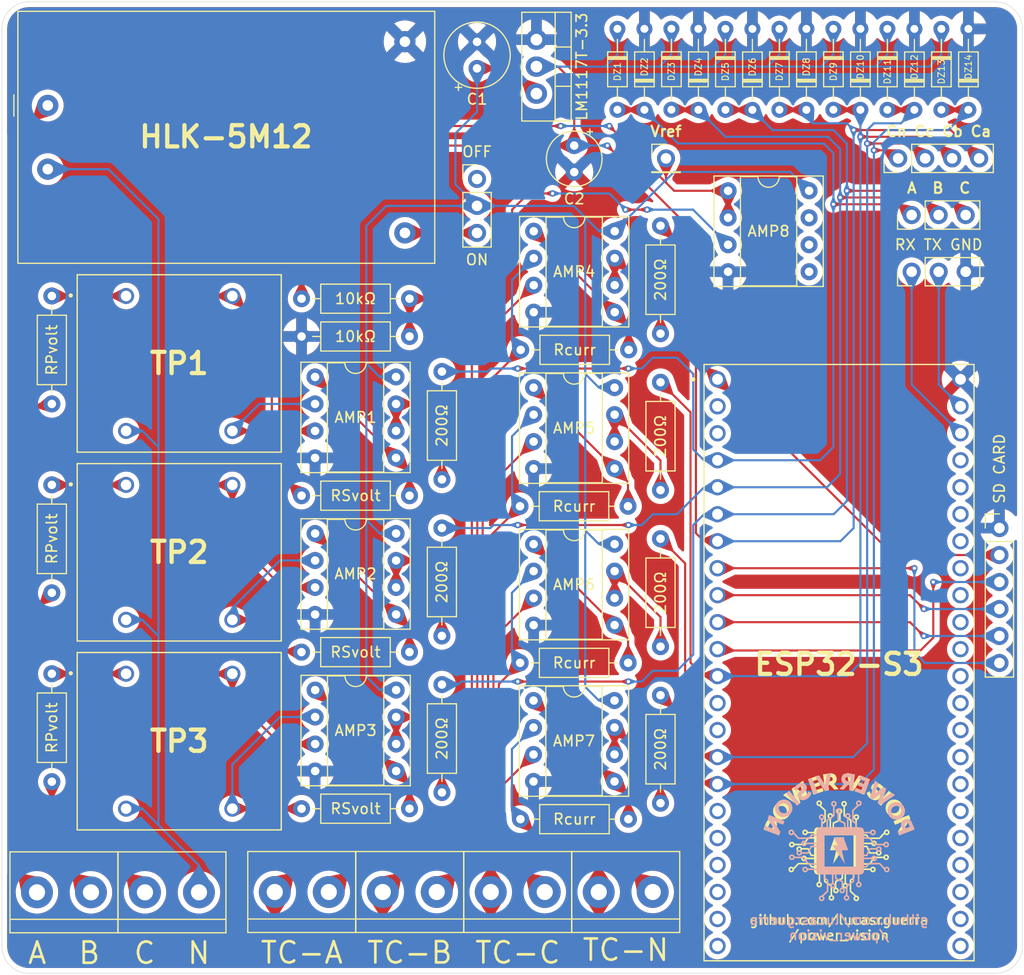
<source format=kicad_pcb>
(kicad_pcb (version 20221018) (generator pcbnew)
  (title_block (title "Energy Guardian V3.3 PCI") (date "02/06/2024") (rev "1.3") (company "linkedin.com/in/lucasrguerra") (comment 1 "github.com/lucasrguerra/power_vision"))
  (layers (0 "F.Cu" signal) (31 "B.Cu" signal) (34 "B.Paste" user) (35 "F.Paste" user) (36 "B.SilkS" user "B.Silkscreen") (37 "F.SilkS" user "F.Silkscreen") (38 "B.Mask" user) (39 "F.Mask" user) (44 "Edge.Cuts" user))
  (net 0 "")
  (net 1 "Line B")
  (net 2 "Line A")
  (net 3 "Neutral")
  (net 4 "Line C")
  (net 5 "Net-(R3-Pad1)")
  (net 6 "Net-(R4-Pad1)")
  (net 7 "Net-(R5-Pad1)")
  (net 8 "Vcc")
  (net 9 "GND")
  (net 10 "Current A")
  (net 11 "Current B")
  (net 12 "Current C")
  (net 13 "Current N")
  (net 14 "TC A-2")
  (net 15 "TC A-1")
  (net 16 "TP A-1")
  (net 17 "TP C-1")
  (net 18 "TP B-1")
  (net 19 "V1.65")
  (net 22 "TC B-2")
  (net 24 "Wave A")
  (net 25 "Wave B")
  (net 26 "Wave C")
  (net 27 "CS")
  (net 28 "MOSI")
  (net 45 "SCK")
  (net 46 "MISO")
  (net 50 "TC N-2")
  (net 51 "UART TX")
  (net 52 "UART RX")
  (net 56 "Vin")
  (net 57 "TC C-2")
  (net 60 "Net-(PS1-+Vout)")
  (net 63 "Net-(AMP1B-+)")
  (net 64 "Net-(AMP1B--)")
  (net 65 "Net-(AMP2B-+)")
  (net 66 "Net-(AMP2B--)")
  (net 67 "Net-(AMP3B-+)")
  (net 68 "Net-(AMP3B--)")
  (net 69 "Net-(AMP4B-+)")
  (net 70 "Net-(AMP4B--)")
  (net 71 "Net-(AMP5B-+)")
  (net 72 "Net-(AMP5B--)")
  (net 73 "Net-(AMP6B-+)")
  (net 74 "Net-(AMP6B--)")
  (net 75 "Net-(AMP7B-+)")
  (net 76 "Net-(AMP7B--)")
  (footprint "Package_DIP:DIP-8_W7.62mm_Socket" (layer "F.Cu") (at 128.28 106.944)
    (fp_text reference "AMP3" hide)
    (fp_text value "TL082" hide)
  )
  (footprint "Diode_THT:D_DO-34_SOD68_P7.62mm_Horizontal" (layer "F.Cu") (at 189.738 52.324 90)
    (fp_text reference "DZ14" hide)
    (fp_text value "3.3V" hide)
  )
  (footprint "Resistor_THT:R_Axial_DIN0207_L6.3mm_D2.5mm_P10.16mm_Horizontal" (layer "F.Cu") (at 157.78 74.92 180)
    (fp_text reference "R9" hide)
    (fp_text value "Rcurr" hide)
  )
  (footprint "Package_DIP:DIP-8_W7.62mm_Socket" (layer "F.Cu") (at 167.132 59.944)
    (fp_text reference "AMP8" hide)
    (fp_text value "TL082" hide)
  )
  (footprint "Diode_THT:D_DO-34_SOD68_P7.62mm_Horizontal" (layer "F.Cu") (at 159.258 52.324 90)
    (fp_text reference "DZ2" hide)
    (fp_text value "3.3V" hide)
  )
  (footprint "Resistor_THT:R_Axial_DIN0207_L6.3mm_D2.5mm_P10.16mm_Horizontal" (layer "F.Cu") (at 126.995 103.373)
    (fp_text reference "R7" hide)
    (fp_text value "RSvolt" hide)
  )
  (footprint "Converter_ACDC:Converter_ACDC_HiLink_HLK-5Mxx" (layer "F.Cu") (at 103.124 51.912)
    (fp_text reference "PS1" hide)
    (fp_text value "HLK-5M12" hide)
  )
  (footprint "Resistor_THT:R_Axial_DIN0207_L6.3mm_D2.5mm_P10.16mm_Horizontal" (layer "F.Cu") (at 160.772 63.236 -90)
    (fp_text reference "R16" hide)
    (fp_text value "200Ω" hide)
  )
  (footprint "SnapEDA Library:XCVR_ESP32-S3-DEVKITC-1-N8R2" (layer "F.Cu") (at 177.5668 107.664)
    (fp_text reference "MCU1" hide)
    (fp_text value "ESP32-S3-DEVKITC-1-N16R8" hide)
  )
  (footprint "Package_DIP:DIP-8_W7.62mm_Socket" (layer "F.Cu") (at 148.834 93.208)
    (fp_text reference "AMP6" hide)
    (fp_text value "TL082" hide)
  )
  (footprint "Diode_THT:D_DO-34_SOD68_P7.62mm_Horizontal" (layer "F.Cu") (at 187.198 44.704 -90)
    (fp_text reference "DZ13" hide)
    (fp_text value "3.3V" hide)
  )
  (footprint "Package_DIP:DIP-8_W7.62mm_Socket" (layer "F.Cu") (at 148.844 63.754)
    (fp_text reference "AMP4" hide)
    (fp_text value "TL082" hide)
  )
  (footprint "Resistor_THT:R_Axial_DIN0207_L6.3mm_D2.5mm_P10.16mm_Horizontal" (layer "F.Cu") (at 160.772 77.968 -90)
    (fp_text reference "R17" hide)
    (fp_text value "200Ω" hide)
  )
  (footprint "Diode_THT:D_DO-34_SOD68_P7.62mm_Horizontal" (layer "F.Cu") (at 169.418 52.329 90)
    (fp_text reference "DZ6" hide)
    (fp_text value "3.3V" hide)
  )
  (footprint "LOGO" (layer "F.Cu") (at 177.5668 120.396)
    (fp_text reference "G***" hide)
    (fp_text value "LOGO" hide)
  )
  (footprint "Diode_THT:D_DO-34_SOD68_P7.62mm_Horizontal" (layer "F.Cu") (at 166.878 44.704 -90)
    (fp_text reference "DZ5" hide)
    (fp_text value "3.3V" hide)
  )
  (footprint "SnapEDA Library:XFMR_ZMPT101B" (layer "F.Cu") (at 115.49 76.2)
    (fp_text reference "TP1" hide)
    (fp_text value "ZMPT101B" hide)
  )
  (footprint "TerminalBlock:TerminalBlock_bornier-2_P5.08mm" (layer "F.Cu") (at 154.9608 125.954)
    (fp_text reference "J6" hide)
    (fp_text value "KF301-2P" hide)
  )
  (footprint "Connector_PinHeader_2.54mm:PinHeader_1x03_P2.54mm_Vertical" (layer "F.Cu") (at 184.404 67.564 90)
    (fp_text reference "P1" hide)
    (fp_text value "Pin Header" hide)
  )
  (footprint "Resistor_THT:R_Axial_DIN0207_L6.3mm_D2.5mm_P10.16mm_Horizontal" (layer "F.Cu") (at 137.16 73.66 180)
    (fp_text reference "R2" hide)
    (fp_text value "10kΩ" hide)
  )
  (footprint "Resistor_THT:R_Axial_DIN0207_L6.3mm_D2.5mm_P10.16mm_Horizontal" (layer "F.Cu") (at 160.772 92.7 -90)
    (fp_text reference "R18" hide)
    (fp_text value "200Ω" hide)
  )
  (footprint "Resistor_THT:R_Axial_DIN0207_L6.3mm_D2.5mm_P10.16mm_Horizontal" (layer "F.Cu") (at 157.724 104.384 180)
    (fp_text reference "R11" hide)
    (fp_text value "Rcurr" hide)
  )
  (footprint "Diode_THT:D_DO-34_SOD68_P7.62mm_Horizontal" (layer "F.Cu") (at 182.118 44.704 -90)
    (fp_text reference "DZ11" hide)
    (fp_text value "3.3V" hide)
  )
  (footprint "Connector_PinHeader_2.54mm:PinHeader_1x03_P2.54mm_Vertical" (layer "F.Cu") (at 143.51 58.832)
    (fp_text reference "SW1" hide)
    (fp_text value "SS-12D00G 4mm" hide)
  )
  (footprint "Resistor_THT:R_Axial_DIN0207_L6.3mm_D2.5mm_P10.16mm_Horizontal" (layer "F.Cu") (at 127 88.646)
    (fp_text reference "R6" hide)
    (fp_text value "RSvolt" hide)
  )
  (footprint "Diode_THT:D_DO-34_SOD68_P7.62mm_Horizontal" (layer "F.Cu") (at 161.798 44.694 -90)
    (fp_text reference "DZ3" hide)
    (fp_text value "3.3V" hide)
  )
  (footprint "Resistor_THT:R_Axial_DIN0207_L6.3mm_D2.5mm_P10.16mm_Horizontal" (layer "F.Cu") (at 157.714 89.642 180)
    (fp_text reference "R10" hide)
    (fp_text value "Rcurr" hide)
  )
  (footprint "SnapEDA Library:XFMR_ZMPT101B" (layer "F.Cu") (at 115.49 93.98)
    (fp_text reference "TP2" hide)
    (fp_text value "ZMPT101B" hide)
  )
  (footprint "Resistor_THT:R_Axial_DIN0207_L6.3mm_D2.5mm_P10.16mm_Horizontal" (layer "F.Cu") (at 103.505 69.85 -90)
    (fp_text reference "R3" hide)
    (fp_text value "RPvolt" hide)
  )
  (footprint "Resistor_THT:R_Axial_DIN0207_L6.3mm_D2.5mm_P10.16mm_Horizontal" (layer "F.Cu") (at 157.7548 119.096 180)
    (fp_text reference "R12" hide)
    (fp_text value "Rcurr" hide)
  )
  (footprint "Diode_THT:D_DO-34_SOD68_P7.62mm_Horizontal" (layer "F.Cu") (at 184.658 52.329 90)
    (fp_text reference "DZ12" hide)
    (fp_text value "3.3V" hide)
  )
  (footprint "Capacitor_THT:CP_Radial_Tantal_D5.0mm_P2.50mm" (layer "F.Cu") (at 152.654 55.690888 -90)
    (fp_text reference "C2" hide)
    (fp_text value "16V 100µF" hide)
  )
  (footprint "TerminalBlock:TerminalBlock_bornier-2_P5.08mm" (layer "F.Cu") (at 124.4808 125.954)
    (fp_text reference "J3" hide)
    (fp_text value "KF301-2P" hide)
  )
  (footprint "TerminalBlock:TerminalBlock_bornier-2_P5.08mm" (layer "F.Cu") (at 102.108 125.984)
    (fp_text reference "J1" hide)
    (fp_text value "KF301-2P" hide)
  )
  (footprint "Resistor_THT:R_Axial_DIN0207_L6.3mm_D2.5mm_P10.16mm_Horizontal" (layer "F.Cu") (at 160.772 107.432 -90)
    (fp_text reference "R19" hide)
    (fp_text value "200Ω" hide)
  )
  (footprint "Connector_PinHeader_2.54mm:PinHeader_1x03_P2.54mm_Vertical" (layer "F.Cu") (at 184.404 62.23 90)
    (fp_text reference "P4" hide)
    (fp_text value "Pin Header" hide)
  )
  (footprint "Resistor_THT:R_Axial_DIN0207_L6.3mm_D2.5mm_P10.16mm_Horizontal" (layer "F.Cu") (at 140.208 106.426 -90)
    (fp_text reference "R15" hide)
    (fp_text value "200Ω" hide)
  )
  (footprint "Diode_THT:D_DO-34_SOD68_P7.62mm_Horizontal" (layer "F.Cu") (at 177.038 44.699 -90)
    (fp_text reference "DZ9" hide)
    (fp_text value "3.3V" hide)
  )
  (footprint "Diode_THT:D_DO-34_SOD68_P7.62mm_Horizontal" (layer "F.Cu") (at 171.958 44.699 -90)
    (fp_text reference "DZ7" hide)
    (fp_text value "3.3V" hide)
  )
  (footprint "TerminalBlock:TerminalBlock_bornier-2_P5.08mm" (layer "F.Cu") (at 144.8008 125.954)
    (fp_text reference "J5" hide)
    (fp_text value "KF301-2P" hide)
  )
  (footprint "Connector_PinHeader_2.54mm:PinHeader_1x06_P2.54mm_Vertical" (layer "F.Cu") (at 192.659 91.694)
    (fp_text reference "P5" hide)
    (fp_text value "Pin Header" hide)
  )
  (footprint "Diode_THT:D_DO-34_SOD68_P7.62mm_Horizontal" (layer "F.Cu") (at 164.338 52.324 90)
    (fp_text reference "DZ4" hide)
    (fp_text value "3.3V" hide)
  )
  (footprint "Connector_PinHeader_2.54mm:PinHeader_1x04_P2.54mm_Vertical" (layer "F.Cu") (at 183.134 56.896 90)
    (fp_text reference "P3" hide)
    (fp_text value "Pin Header" hide)
  )
  (footprint "Resistor_THT:R_Axial_DIN0207_L6.3mm_D2.5mm_P10.16mm_Horizontal" (layer "F.Cu") (at 140.208 76.962 -90)
    (fp_text reference "R13" hide)
    (fp_text value "200Ω" hide)
  )
  (footprint "SnapEDA Library:XFMR_ZMPT101B" (layer "F.Cu") (at 115.49 111.76)
    (fp_text reference "TP3" hide)
    (fp_text value "ZMPT101B" hide)
  )
  (footprint "Diode_THT:D_DO-34_SOD68_P7.62mm_Horizontal" (layer "F.Cu") (at 156.718 44.699 -90)
    (fp_text reference "DZ1" hide)
    (fp_text value "3.3V" hide)
  )
  (footprint "Capacitor_THT:CP_Radial_Tantal_D6.0mm_P2.50mm" (layer "F.Cu") (at 143.51 48.427 90)
    (fp_text reference "C1" hide)
    (fp_text value "35V 47µF" hide)
  )
  (footprint "Resistor_THT:R_Axial_DIN0207_L6.3mm_D2.5mm_P10.16mm_Horizontal" (layer "F.Cu") (at 127 118.11)
    (fp_text reference "R8" hide)
    (fp_text value "RSvolt" hide)
  )
  (footprint "TerminalBlock:TerminalBlock_bornier-2_P5.08mm" (layer "F.Cu") (at 112.268 125.984)
    (fp_text reference "J2" hide)
    (fp_text value "KF301-2P" hide)
  )
  (footprint "Connector_PinHeader_2.54mm:PinHeader_1x01_P2.54mm_Vertical" (layer "F.Cu") (at 161.29 56.896)
    (fp_text reference "P2" hide)
    (fp_text value "Pin Header" hide)
  )
  (footprint "Package_TO_SOT_THT:TO-220-3_Vertical" (layer "F.Cu") (at 149.098 45.72 -90)
    (fp_text reference "PS2" hide)
    (fp_text value "LM1117T-3.3" hide)
  )
  (footprint "Resistor_THT:R_Axial_DIN0207_L6.3mm_D2.5mm_P10.16mm_Horizontal" (layer "F.Cu") (at 140.203 91.689 -90)
    (fp_text reference "R14" hide)
    (fp_text value "200Ω" hide)
  )
  (footprint "Diode_THT:D_DO-34_SOD68_P7.62mm_Horizontal" (layer "F.Cu") (at 174.498 52.324 90)
    (fp_text reference "DZ8" hide)
    (fp_text value "3.3V" hide)
  )
  (footprint "Diode_THT:D_DO-34_SOD68_P7.62mm_Horizontal" (layer "F.Cu") (at 179.578 52.324 90)
    (fp_text reference "DZ10" hide)
    (fp_text value "3.3V" hide)
  )
  (footprint "Resistor_THT:R_Axial_DIN0207_L6.3mm_D2.5mm_P10.16mm_Horizontal" (layer "F.Cu") (at 103.505 87.63 -90)
    (fp_text reference "R4" hide)
    (fp_text value "RPvolt" hide)
  )
  (footprint "Resistor_THT:R_Axial_DIN0207_L6.3mm_D2.5mm_P10.16mm_Horizontal" (layer "F.Cu") (at 103.505 105.41 -90)
    (fp_text reference "R5" hide)
    (fp_text value "RPvolt" hide)
  )
  (footprint "Package_DIP:DIP-8_W7.62mm_Socket" (layer "F.Cu") (at 148.824 107.93)
    (fp_text reference "AMP7" hide)
    (fp_text value "TL082" hide)
  )
  (footprint "Package_DIP:DIP-8_W7.62mm_Socket" (layer "F.Cu") (at 148.834 78.476)
    (fp_text reference "AMP5" hide)
    (fp_text value "TL082" hide)
  )
  (footprint "Resistor_THT:R_Axial_DIN0207_L6.3mm_D2.5mm_P10.16mm_Horizontal" (layer "F.Cu") (at 127 70.104)
    (fp_text reference "R1" hide)
    (fp_text value "10kΩ" hide)
  )
  (footprint "TerminalBlock:TerminalBlock_bornier-2_P5.08mm" (layer "F.Cu") (at 134.6408 125.954)
    (fp_text reference "J4" hide)
    (fp_text value "KF301-2P" hide)
  )
  (footprint "Package_DIP:DIP-8_W7.62mm_Socket" (layer "F.Cu") (at 128.275 92.207)
    (fp_text reference "AMP2" hide)
    (fp_text value "TL082" hide)
  )
  (footprint "Package_DIP:DIP-8_W7.62mm_Socket" (layer "F.Cu") (at 128.27 77.47)
    (fp_text reference "AMP1" hide)
    (fp_text value "TL082" hide)
  )
  (footprint "LOGO" (layer "B.Cu") (at 177.5668 120.396 180)
    (fp_text reference "G***" hide)
    (fp_text value "LOGO" hide)
  )
  (gr_arc (start 101.346 133.604) (mid 99.549949 132.860051) (end 98.806 131.064) (stroke (width 0.05)) (layer "Edge.Cuts"))
  (gr_line (start 101.346 42.164) (end 192.278 42.164) (stroke (width 0.05)) (layer "Edge.Cuts"))
  (gr_line (start 98.806 44.704) (end 98.806 131.064) (stroke (width 0.05)) (layer "Edge.Cuts"))
  (gr_arc (start 194.818 131.064) (mid 194.074051 132.860051) (end 192.278 133.604) (stroke (width 0.05)) (layer "Edge.Cuts"))
  (gr_arc (start 192.278 42.164) (mid 194.074051 42.907949) (end 194.818 44.704) (stroke (width 0.05)) (layer "Edge.Cuts"))
  (gr_line (start 194.818 44.704) (end 194.818 131.064) (stroke (width 0.05)) (layer "Edge.Cuts"))
  (gr_line (start 101.346 133.604) (end 192.278 133.604) (stroke (width 0.05)) (layer "Edge.Cuts"))
  (gr_arc (start 98.806 44.704) (mid 99.549949 42.907949) (end 101.346 42.164) (stroke (width 0.05)) (layer "Edge.Cuts"))
  (gr_text "github.com/lucasrguerra\n/power_vision" (at 177.5668 130.556) (layer "B.SilkS") (effects (font (size 0.9 0.9) (thickness 0.15) bold) (justify bottom mirror)))
  (gr_text "github.com/lucasrguerra\n/power_vision" (at 177.5668 130.556) (layer "F.SilkS") (effects (font (size 0.9 0.9) (thickness 0.15) bold) (justify bottom)))
  (segment (start 100.838 100.457) (end 103.505 97.79) (width 0.2) (layer "F.Cu") (net 1))
  (segment (start 107.188 125.984) (end 100.838 119.634) (width 0.2) (layer "F.Cu") (net 1))
  (segment (start 100.838 119.634) (end 100.838 100.457) (width 0.2) (layer "F.Cu") (net 1))
  (segment (start 99.568 82.804) (end 99.568 55.468) (width 0.2) (layer "F.Cu") (net 2))
  (segment (start 99.568 123.444) (end 102.108 125.984) (width 0.2) (layer "F.Cu") (net 2))
  (segment (start 102.362 80.01) (end 99.568 82.804) (width 0.2) (layer "F.Cu") (net 2))
  (segment (start 99.568 82.804) (end 99.568 123.444) (width 0.2) (layer "F.Cu") (net 2))
  (segment (start 103.505 80.01) (end 102.362 80.01) (width 0.2) (layer "F.Cu") (net 2))
  (segment (start 99.568 55.468) (end 103.124 51.912) (width 0.2) (layer "F.Cu") (net 2))
  (segment (start 110.49 82.55) (end 112.014 82.55) (width 0.2) (layer "B.Cu") (net 3))
  (segment (start 110.49 118.11) (end 112.014 118.11) (width 0.2) (layer "B.Cu") (net 3))
  (segment (start 112.014 100.33) (end 113.538 101.854) (width 0.2) (layer "B.Cu") (net 3))
  (segment (start 113.538 119.634) (end 117.348 123.444) (width 0.2) (layer "B.Cu") (net 3))
  (segment (start 117.348 123.444) (end 117.348 125.984) (width 0.2) (layer "B.Cu") (net 3))
  (segment (start 113.538 84.074) (end 113.538 62.611) (width 0.2) (layer "B.Cu") (net 3))
  (segment (start 110.49 100.33) (end 112.014 100.33) (width 0.2) (layer "B.Cu") (net 3))
  (segment (start 113.538 101.854) (end 113.538 119.634) (width 0.2) (layer "B.Cu") (net 3))
  (segment (start 113.538 62.611) (end 108.839 57.912) (width 0.2) (layer "B.Cu") (net 3))
  (segment (start 112.014 118.11) (end 113.538 119.634) (width 0.2) (layer "B.Cu") (net 3))
  (segment (start 113.538 84.074) (end 113.538 101.854) (width 0.2) (layer "B.Cu") (net 3))
  (segment (start 108.839 57.912) (end 103.124 57.912) (width 0.2) (layer "B.Cu") (net 3))
  (segment (start 112.014 82.55) (end 113.538 84.074) (width 0.2) (layer "B.Cu") (net 3))
  (segment (start 103.505 115.57) (end 103.505 117.221) (width 0.2) (layer "F.Cu") (net 4))
  (segment (start 103.505 117.221) (end 112.268 125.984) (width 0.2) (layer "F.Cu") (net 4))
  (segment (start 103.505 69.85) (end 110.49 69.85) (width 0.2) (layer "F.Cu") (net 5))
  (segment (start 103.505 87.63) (end 110.49 87.63) (width 0.2) (layer "F.Cu") (net 6))
  (segment (start 103.505 105.41) (end 110.49 105.41) (width 0.2) (layer "F.Cu") (net 7))
  (segment (start 152.654 49.784) (end 151.13 48.26) (width 0.2) (layer "F.Cu") (net 8))
  (segment (start 182.6768 94.234) (end 192.659 94.234) (width 0.2) (layer "F.Cu") (net 8))
  (segment (start 151.13 48.26) (end 149.098 48.26) (width 0.2) (layer "F.Cu") (net 8))
  (segment (start 166.1368 77.694) (end 182.6768 94.234) (width 0.2) (layer "F.Cu") (net 8))
  (segment (start 155.766888 55.690888) (end 164.592 64.516) (width 0.2) (layer "F.Cu") (net 8))
  (segment (start 164.592 76.1492) (end 166.1368 77.694) (width 0.2) (layer "F.Cu") (net 8))
  (segment (start 152.654 55.690888) (end 137.095112 55.690888) (width 0.2) (layer "F.Cu") (net 8))
  (segment (start 127 65.786) (end 127 70.104) (width 0.2) (layer "F.Cu") (net 8))
  (segment (start 152.654 55.690888) (end 152.654 49.784) (width 0.2) (layer "F.Cu") (net 8))
  (segment (start 137.095112 55.690888) (end 127 65.786) (width 0.2) (layer "F.Cu") (net 8))
  (segment (start 164.592 64.516) (end 164.592 76.1492) (width 0.2) (layer "F.Cu") (net 8))
  (via (at 155.766888 55.690888) (size 0.6) (drill 0.3) (layers "F.Cu" "B.Cu") (net 8))
  (segment (start 177.038 47.117) (end 175.895 48.26) (width 0.2) (layer "B.Cu") (net 8))
  (segment (start 170.815 48.26) (end 165.735 48.26) (width 0.2) (layer "B.Cu") (net 8))
  (segment (start 165.735 48.26) (end 160.655 48.26) (width 0.2) (layer "B.Cu") (net 8))
  (segment (start 182.118 44.704) (end 182.118 47.117) (width 0.2) (layer "B.Cu") (net 8))
  (segment (start 166.878 47.117) (end 165.735 48.26) (width 0.2) (layer "B.Cu") (net 8))
  (segment (start 155.575 48.26) (end 156.718 47.117) (width 0.2) (layer "B.Cu") (net 8))
  (segment (start 187.198 44.704) (end 187.198 47.117) (width 0.2) (layer "B.Cu") (net 8))
  (segment (start 160.655 48.26) (end 161.798 47.117) (width 0.2) (layer "B.Cu") (net 8))
  (segment (start 166.878 44.704) (end 166.878 47.117) (width 0.2) (layer "B.Cu") (net 8))
  (segment (start 182.118 47.117) (end 180.975 48.26) (width 0.2) (layer "B.Cu") (net 8))
  (segment (start 175.895 48.26) (end 170.815 48.26) (width 0.2) (layer "B.Cu") (net 8))
  (segment (start 155.575 48.26) (end 160.655 48.26) (width 0.2) (layer "B.Cu") (net 8))
  (segment (start 161.798 47.117) (end 161.798 44.694) (width 0.2) (layer "B.Cu") (net 8))
  (segment (start 186.055 48.26) (end 180.975 48.26) (width 0.2) (layer "B.Cu") (net 8))
  (segment (start 180.975 48.26) (end 175.895 48.26) (width 0.2) (layer "B.Cu") (net 8))
  (segment (start 187.198 47.117) (end 186.055 48.26) (width 0.2) (layer "B.Cu") (net 8))
  (segment (start 155.766888 55.690888) (end 152.654 55.690888) (width 0.2) (layer "B.Cu") (net 8))
  (segment (start 171.958 47.117) (end 170.815 48.26) (width 0.2) (layer "B.Cu") (net 8))
  (segment (start 171.958 44.699) (end 171.958 47.117) (width 0.2) (layer "B.Cu") (net 8))
  (segment (start 149.098 48.26) (end 155.575 48.26) (width 0.2) (layer "B.Cu") (net 8))
  (segment (start 177.038 44.699) (end 177.038 47.117) (width 0.2) (layer "B.Cu") (net 8))
  (segment (start 156.718 47.117) (end 156.718 44.699) (width 0.2) (layer "B.Cu") (net 8))
  (segment (start 188.976 77.6732) (end 188.9968 77.694) (width 0.2) (layer "F.Cu") (net 9))
  (segment (start 136.724 45.912) (end 136.844 45.912) (width 0.2) (layer "B.Cu") (net 9))
  (segment (start 151.648 83.282) (end 151.6588 83.282) (width 0.2) (layer "B.Cu") (net 9))
  (segment (start 131.059 97.043) (end 131.059 97.023) (width 0.2) (layer "B.Cu") (net 9))
  (segment (start 178.943 54.229) (end 188.087 54.229) (width 0.2) (layer "F.Cu") (net 10))
  (segment (start 164.1048 92.172) (end 164.1048 66.5688) (width 0.2) (layer "F.Cu") (net 10))
  (segment (start 174.498 52.324) (end 171.963 52.324) (width 0.2) (layer "F.Cu") (net 10))
  (segment (start 164.1048 66.5688) (end 160.772 63.236) (width 0.2) (layer "F.Cu") (net 10))
  (segment (start 164.8668 92.934) (end 164.1048 92.172) (width 0.2) (layer "F.Cu") (net 10))
  (segment (start 171.963 52.324) (end 171.958 52.319) (width 0.2) (layer "F.Cu") (net 10))
  (segment (start 166.1368 92.934) (end 164.8668 92.934) (width 0.2) (layer "F.Cu") (net 10))
  (segment (start 188.087 54.229) (end 190.754 56.896) (width 0.2) (layer "F.Cu") (net 10))
  (via (at 178.943 54.229) (size 0.6) (drill 0.3) (layers "F.Cu" "B.Cu") (net 10))
  (segment (start 174.498 52.959) (end 174.498 52.324) (width 0.2) (layer "B.Cu") (net 10))
  (segment (start 178.943 54.229) (end 178.943 91.694) (width 0.2) (layer "B.Cu") (net 10))
  (segment (start 175.133 53.594) (end 174.498 52.959) (width 0.2) (layer "B.Cu") (net 10))
  (segment (start 178.943 91.694) (end 177.703 92.934) (width 0.2) (layer "B.Cu") (net 10))
  (segment (start 178.943 54.229) (end 178.308 53.594) (width 0.2) (layer "B.Cu") (net 10))
  (segment (start 178.308 53.594) (end 175.133 53.594) (width 0.2) (layer "B.Cu") (net 10))
  (segment (start 177.703 92.934) (end 166.1368 92.934) (width 0.2) (layer "B.Cu") (net 10))
  (segment (start 163.5968 80.7928) (end 160.772 77.968) (width 0.2) (layer "F.Cu") (net 11))
  (segment (start 186.182 54.864) (end 188.214 56.896) (width 0.2) (layer "F.Cu") (net 11))
  (segment (start 179.578 54.864) (end 186.182 54.864) (width 0.2) (layer "F.Cu") (net 11))
  (segment (start 164.8668 105.634) (end 163.5968 104.364) (width 0.2) (layer "F.Cu") (net 11))
  (segment (start 165.6288 105.634) (end 164.8668 105.634) (width 0.2) (layer "F.Cu") (net 11))
  (segment (start 177.038 52.319) (end 179.573 52.319) (width 0.2) (layer "F.Cu") (net 11))
  (segment (start 163.5968 104.364) (end 163.5968 80.7928) (width 0.2) (layer "F.Cu") (net 11))
  (via (at 179.578 54.864) (size 0.6) (drill 0.3) (layers "F.Cu" "B.Cu") (net 11))
  (segment (start 179.578 54.864) (end 179.578 104.394) (width 0.2) (layer "B.Cu") (net 11))
  (segment (start 179.578 52.324) (end 179.578 54.864) (width 0.2) (layer "B.Cu") (net 11))
  (segment (start 178.338 105.634) (end 166.1368 105.634) (width 0.2) (layer "B.Cu") (net 11))
  (segment (start 179.578 104.394) (end 178.338 105.634) (width 0.2) (layer "B.Cu") (net 11))
  (segment (start 164.8668 113.254) (end 163.0888 111.476) (width 0.2) (layer "F.Cu") (net 12))
  (segment (start 163.0888 95.0168) (end 160.772 92.7) (width 0.2) (layer "F.Cu") (net 12))
  (segment (start 166.1368 113.254) (end 164.8668 113.254) (width 0.2) (layer "F.Cu") (net 12))
  (segment (start 180.213 55.499) (end 184.277 55.499) (width 0.2) (layer "F.Cu") (net 12))
  (segment (start 182.123 52.329) (end 182.118 52.324) (width 0.2) (layer "F.Cu") (net 12))
  (segment (start 184.277 55.499) (end 185.674 56.896) (width 0.2) (layer "F.Cu") (net 12))
  (segment (start 184.658 52.329) (end 182.123 52.329) (width 0.2) (layer "F.Cu") (net 12))
  (segment (start 163.0888 111.476) (end 163.0888 95.0168) (width 0.2) (layer "F.Cu") (net 12))
  (via (at 180.213 55.499) (size 0.6) (drill 0.3) (layers "F.Cu" "B.Cu") (net 12))
  (segment (start 183.393 53.594) (end 180.848 53.594) (width 0.2) (layer "B.Cu") (net 12))
  (segment (start 180.213 54.229) (end 180.213 111.9505) (width 0.2) (layer "B.Cu") (net 12))
  (segment (start 180.213 111.9505) (end 178.9095 113.254) (width 0.2) (layer "B.Cu") (net 12))
  (segment (start 178.9095 113.254) (end 166.1368 113.254) (width 0.2) (layer "B.Cu") (net 12))
  (segment (start 180.848 53.594) (end 180.213 54.229) (width 0.2) (layer "B.Cu") (net 12))
  (segment (start 184.658 52.329) (end 183.393 53.594) (width 0.2) (layer "B.Cu") (net 12))
  (segment (start 189.738 52.324) (end 187.198 52.324) (width 0.2) (layer "F.Cu") (net 13))
  (segment (start 162.5808 109.2408) (end 160.772 107.432) (width 0.2) (layer "F.Cu") (net 13))
  (segment (start 164.8668 115.794) (end 162.5808 113.508) (width 0.2) (layer "F.Cu") (net 13))
  (segment (start 180.848 56.134) (end 182.372 56.134) (width 0.2) (layer "F.Cu") (net 13))
  (segment (start 182.372 56.134) (end 183.134 56.896) (width 0.2) (layer "F.Cu") (net 13))
  (segment (start 166.1368 115.794) (end 164.8668 115.794) (width 0.2) (layer "F.Cu") (net 13))
  (segment (start 162.5808 113.508) (end 162.5808 109.2408) (width 0.2) (layer "F.Cu") (net 13))
  (via (at 180.848 56.134) (size 0.6) (drill 0.3) (layers "F.Cu" "B.Cu") (net 13))
  (segment (start 189.738 52.324) (end 187.833 54.229) (width 0.2) (layer "B.Cu") (net 13))
  (segment (start 180.848 114.427) (end 179.481 115.794) (width 0.2) (layer "B.Cu") (net 13))
  (segment (start 180.848 55.372) (end 180.848 114.427) (width 0.2) (layer "B.Cu") (net 13))
  (segment (start 179.481 115.794) (end 166.1368 115.794) (width 0.2) (layer "B.Cu") (net 13))
  (segment (start 187.833 54.229) (end 181.991 54.229) (width 0.2) (layer "B.Cu") (net 13))
  (segment (start 181.991 54.229) (end 180.848 55.372) (width 0.2) (layer "B.Cu") (net 13))
  (segment (start 134.3868 121.128) (end 143.0228 121.128) (width 0.2) (layer "F.Cu") (net 14))
  (segment (start 143.0228 121.128) (end 143.5308 120.62) (width 0.2) (layer "F.Cu") (net 14))
  (segment (start 143.5308 79.0092) (end 147.62 74.92) (width 0.2) (layer "F.Cu") (net 14))
  (segment (start 129.5608 125.954) (end 134.3868 121.128) (width 0.2) (layer "F.Cu") (net 14))
  (segment (start 143.5308 120.62) (end 143.5308 79.0092) (width 0.2) (layer "F.Cu") (net 14))
  (segment (start 147.62 74.92) (end 146.802 74.102) (width 0.2) (layer "B.Cu") (net 14))
  (segment (start 146.802 68.336) (end 148.844 66.294) (width 0.2) (layer "B.Cu") (net 14))
  (segment (start 146.802 74.102) (end 146.802 68.336) (width 0.2) (layer "B.Cu") (net 14))
  (segment (start 144.8008 125.954) (end 144.8008 122.398) (width 0.2) (layer "F.Cu") (net 15))
  (segment (start 157.988 55.88) (end 155.956 53.848) (width 0.2) (layer "F.Cu") (net 15))
  (segment (start 118.364 87.63) (end 117.348 86.614) (width 0.2) (layer "F.Cu") (net 15))
  (segment (start 128.28 112.024) (end 124.978 112.024) (width 0.2) (layer "F.Cu") (net 15))
  (segment (start 134.6408 129.7732) (end 133.35 131.064) (width 0.2) (layer "F.Cu") (net 15))
  (segment (start 143.2768 121.636) (end 144.0388 120.874) (width 0.2) (layer "F.Cu") (net 15))
  (segment (start 154.1988 121.636) (end 146.5788 121.636) (width 0.2) (layer "F.Cu") (net 15))
  (segment (start 125.227 97.287) (end 120.49 92.55) (width 0.2) (layer "F.Cu") (net 15))
  (segment (start 146.5788 121.636) (end 146.0708 121.128) (width 0.2) (layer "F.Cu") (net 15))
  (segment (start 146.0708 121.128) (end 146.0708 115.7632) (width 0.2) (layer "F.Cu") (net 15))
  (segment (start 167.132 59.944) (end 162.052 59.944) (width 0.2) (layer "F.Cu") (net 15))
  (segment (start 118.364 105.41) (end 117.348 104.394) (width 0.2) (layer "F.Cu") (net 15))
  (segment (start 146.0708 115.7632) (end 148.824 113.01) (width 0.2) (layer "F.Cu") (net 15))
  (segment (start 124.4808 125.954) (end 124.4808 129.7732) (width 0.2) (layer "F.Cu") (net 15))
  (segment (start 154.9608 129.7732) (end 154.9608 125.954) (width 0.2) (layer "F.Cu") (net 15))
  (segment (start 167.132 59.944) (end 167.132 62.484) (width 0.2) (layer "F.Cu") (net 15))
  (segment (start 145.0548 122.144) (end 145.0548 102.0672) (width 0.2) (layer "F.Cu") (net 15))
  (segment (start 161.29 59.182) (end 157.988 55.88) (width 0.2) (layer "F.Cu") (net 15))
  (segment (start 117.348 118.364) (end 120.904 121.92) (width 0.2) (layer "F.Cu") (net 15))
  (segment (start 138.9588 121.636) (end 143.2768 121.636) (width 0.2) (layer "F.Cu") (net 15))
  (segment (start 124.206 73.566) (end 120.49 69.85) (width 0.2) (layer "F.Cu") (net 15))
  (segment (start 121.92 131.064) (end 123.19 131.064) (width 0.2) (layer "F.Cu") (net 15))
  (segment (start 117.348 86.614) (end 117.348 68.834) (width 0.2) (layer "F.Cu") (net 15))
  (segment (start 134.6408 125.954) (end 138.9588 121.636) (width 0.2) (layer "F.Cu") (net 15))
  (segment (start 128.275 97.287) (end 125.227 97.287) (width 0.2) (layer "F.Cu") (net 15))
  (segment (start 133.35 131.064) (end 143.51 131.064) (width 0.2) (layer "F.Cu") (net 15))
  (segment (start 124.4808 129.7732) (end 123.19 131.064) (width 0.2) (layer "F.Cu") (net 15))
  (segment (start 120.49 107.536) (end 120.49 105.41) (width 0.2) (layer "F.Cu") (net 15))
  (segment (start 145.0548 102.0672) (end 148.834 98.288) (width 0.2) (layer "F.Cu") (net 15))
  (segment (start 128.27 82.55) (end 125.73 82.55) (width 0.2) (layer "F.Cu") (net 15))
  (segment (start 129.794 53.848) (end 117.348 66.294) (width 0.2) (layer "F.Cu") (net 15))
  (segment (start 144.8008 129.7732) (end 143.51 131.064) (width 0.2) (layer "F.Cu") (net 15))
  (segment (start 143.0228 120.366) (end 143.0228 74.6552) (width 0.2) (layer "F.Cu") (net 15))
  (segment (start 120.49 92.55) (end 120.49 87.63) (width 0.2) (layer "F.Cu") (net 15))
  (segment (start 134.6408 125.954) (end 134.6408 129.7732) (width 0.2) (layer "F.Cu") (net 15))
  (segment (start 154.9608 125.954) (end 154.9608 122.398) (width 0.2) (layer "F.Cu") (net 15))
  (segment (start 161.29 56.896) (end 161.29 59.182) (width 0.2) (layer "F.Cu") (net 15))
  (segment (start 153.67 131.064) (end 154.9608 129.7732) (width 0.2) (layer "F.Cu") (net 15))
  (segment (start 120.49 87.63) (end 118.364 87.63) (width 0.2) (layer "F.Cu") (net 15))
  (segment (start 124.978 112.024) (end 120.49 107.536) (width 0.2) (layer "F.Cu") (net 15))
  (segment (start 117.348 104.394) (end 117.348 118.364) (width 0.2) (layer "F.Cu") (net 15))
  (segment (start 120.49 105.41) (end 118.364 105.41) (width 0.2) (layer "F.Cu") (net 15))
  (segment (start 144.0388 88.3512) (end 148.834 83.556) (width 0.2) (layer "F.Cu") (net 15))
  (segment (start 144.0388 120.874) (end 144.0388 88.3512) (width 0.2) (layer "F.Cu") (net 15))
  (segment (start 120.49 69.85) (end 118.364 69.85) (width 0.2) (layer "F.Cu") (net 15))
  (segment (start 129.8148 120.62) (end 142.7688 120.62) (width 0.2) (layer "F.Cu") (net 15))
  (segment (start 117.348 104.394) (end 117.348 86.614) (width 0.2) (layer "F.Cu") (net 15))
  (segment (start 120.904 130.048) (end 121.92 131.064) (width 0.2) (layer "F.Cu") (net 15))
  (segment (start 151.384 53.848) (end 129.794 53.848) (width 0.2) (layer "F.Cu") (net 15))
  (segment (start 123.19 131.064) (end 133.35 131.064) (width 0.2) (layer "F.Cu") (net 15))
  (segment (start 117.348 68.834) (end 117.348 66.294) (width 0.2) (layer "F.Cu") (net 15))
  (segment (start 162.052 59.944) (end 161.29 59.182) (width 0.2) (layer "F.Cu") (net 15))
  (segment (start 124.206 81.026) (end 124.206 73.566) (width 0.2) (layer "F.Cu") (net 15))
  (segment (start 142.7688 120.62) (end 143.0228 120.366) (width 0.2) (layer "F.Cu") (net 15))
  (segment (start 118.364 69.85) (end 117.348 68.834) (width 0.2) (layer "F.Cu") (net 15))
  (segment (start 143.0228 74.6552) (end 148.844 68.834) (width 0.2) (layer "F.Cu") (net 15))
  (segment (start 144.8008 125.954) (end 144.8008 129.7732) (width 0.2) (layer "F.Cu") (net 15))
  (segment (start 144.8008 122.398) (end 145.0548 122.144) (width 0.2) (layer "F.Cu") (net 15))
  (segment (start 120.904 121.92) (end 120.904 130.048) (width 0.2) (layer "F.Cu") (net 15))
  (segment (start 124.4808 125.954) (end 129.8148 120.62) (width 0.2) (layer "F.Cu") (net 15))
  (segment (start 154.9608 122.398) (end 154.1988 121.636) (width 0.2) (layer "F.Cu") (net 15))
  (segment (start 125.73 82.55) (end 124.206 81.026) (width 0.2) (layer "F.Cu") (net 15))
  (segment (start 143.51 131.064) (end 153.67 131.064) (width 0.2) (layer "F.Cu") (net 15))
  (via (at 151.384 53.848) (size 0.6) (drill 0.3) (layers "F.Cu" "B.Cu") (net 15))
  (via (at 155.956 53.848) (size 0.6) (drill 0.3) (layers "F.Cu" "B.Cu") (net 15))
  (segment (start 155.956 53.848) (end 151.384 53.848) (width 0.2) (layer "B.Cu") (net 15))
  (segment (start 123.698 82.55) (end 120.49 82.55) (width 0.2) (layer "F.Cu") (net 16))
  (segment (start 125.73 87.376) (end 125.73 84.582) (width 0.2) (layer "F.Cu") (net 16))
  (segment (start 127 88.646) (end 125.73 87.376) (width 0.2) (layer "F.Cu") (net 16))
  (segment (start 125.73 84.582) (end 123.698 82.55) (width 0.2) (layer "F.Cu") (net 16))
  (segment (start 128.27 80.01) (end 123.03 80.01) (width 0.2) (layer "B.Cu") (net 16))
  (segment (start 123.03 80.01) (end 120.49 82.55) (width 0.2) (layer "B.Cu") (net 16))
  (segment (start 120.49 118.11) (end 127 118.11) (width 0.2) (layer "F.Cu") (net 17))
  (segment (start 128.28 109.484) (end 124.958 109.484) (width 0.2) (layer "B.Cu") (net 17))
  (segment (start 120.49 113.952) (end 120.49 118.11) (width 0.2) (layer "B.Cu") (net 17))
  (segment (start 124.958 109.484) (end 120.49 113.952) (width 0.2) (layer "B.Cu") (net 17))
  (segment (start 125.598 103.373) (end 126.995 103.373) (width 0.2) (layer "F.Cu") (net 18))
  (segment (start 122.555 100.33) (end 125.598 103.373) (width 0.2) (layer "F.Cu") (net 18))
  (segment (start 120.49 100.33) (end 122.555 100.33) (width 0.2) (layer "F.Cu") (net 18))
  (segment (start 128.275 94.747) (end 128.27 94.742) (width 0.2) (layer "B.Cu") (net 18))
  (segment (start 128.27 94.742) (end 124.968 94.742) (width 0.2) (layer "B.Cu") (net 18))
  (segment (start 124.968 94.742) (end 120.49 99.22) (width 0.2) (layer "B.Cu") (net 18))
  (segment (start 120.49 99.22) (end 120.49 100.33) (width 0.2) (layer "B.Cu") (net 18))
  (segment (start 137.16 70.104) (end 137.16 73.66) (width 0.2) (layer "F.Cu") (net 19))
  (segment (start 150.622 60.198) (end 148.336 60.198) (width 0.2) (layer "F.Cu") (net 19))
  (segment (start 157.48 61.722) (end 159.512 61.722) (width 0.2) (layer "F.Cu") (net 19))
  (segment (start 146.812 61.722) (end 146.812 66.548) (width 0.2) (layer "F.Cu") (net 19))
  (segment (start 148.336 60.198) (end 146.812 61.722) (width 0.2) (layer "F.Cu") (net 19))
  (segment (start 143.256 70.104) (end 137.16 70.104) (width 0.2) (layer "F.Cu") (net 19))
  (segment (start 146.812 66.548) (end 143.256 70.104) (width 0.2) (layer "F.Cu") (net 19))
  (via (at 150.622 60.198) (size 0.6) (drill 0.3) (layers "F.Cu" "B.Cu") (net 19))
  (via (at 157.48 61.722) (size 0.6) (drill 0.3) (layers "F.Cu" "B.Cu") (net 19))
  (via (at 159.512 61.722) (size 0.6) (drill 0.3) (layers "F.Cu" "B.Cu") (net 19))
  (segment (start 150.622 60.198) (end 155.956 60.198) (width 0.2) (layer "B.Cu") (net 19))
  (segment (start 155.956 60.198) (end 157.48 61.722) (width 0.2) (layer "B.Cu") (net 19))
  (segment (start 159.512 61.722) (end 163.83 61.722) (width 0.2) (layer "B.Cu") (net 19))
  (segment (start 163.83 61.722) (end 167.132 65.024) (width 0.2) (layer "B.Cu") (net 19))
  (segment (start 144.5468 92.6492) (end 147.554 89.642) (width 0.2) (layer "F.Cu") (net 22))
  (segment (start 139.7208 125.954) (end 144.5468 121.128) (width 0.2) (layer "F.Cu") (net 22))
  (segment (start 144.5468 121.128) (end 144.5468 92.6492) (width 0.2) (layer "F.Cu") (net 22))
  (segment (start 146.802 88.89) (end 146.802 83.048) (width 0.2) (layer "B.Cu") (net 22))
  (segment (start 146.802 83.048) (end 148.834 81.016) (width 0.2) (layer "B.Cu") (net 22))
  (segment (start 147.554 89.642) (end 146.802 88.89) (width 0.2) (layer "B.Cu") (net 22))
  (segment (start 156.723 52.324) (end 156.718 52.319) (width 0.2) (layer "F.Cu") (net 24))
  (segment (start 183.388 61.214) (end 184.404 62.23) (width 0.2) (layer "F.Cu") (net 24))
  (segment (start 147.3408 76.678) (end 157.7548 76.678) (width 0.2) (layer "F.Cu") (net 24))
  (segment (start 177.038 61.214) (end 183.388 61.214) (width 0.2) (layer "F.Cu") (net 24))
  (segment (start 159.258 52.324) (end 156.723 52.324) (width 0.2) (layer "F.Cu") (net 24))
  (via (at 177.038 61.214) (size 0.6) (drill 0.3) (layers "F.Cu" "B.Cu") (net 24))
  (via (at 147.3408 76.678) (size 0.6) (drill 0.3) (layers "F.Cu" "B.Cu") (net 24))
  (via (at 157.7548 76.678) (size 0.6) (drill 0.3) (layers "F.Cu" "B.Cu") (net 24))
  (segment (start 176.149 55.499) (end 162.433 55.499) (width 0.2) (layer "B.Cu") (net 24))
  (segment (start 162.433 55.499) (end 159.258 52.324) (width 0.2) (layer "B.Cu") (net 24))
  (segment (start 140.208 76.962) (end 144.526 76.962) (width 0.2) (layer "B.Cu") (net 24))
  (segment (start 177.038 56.388) (end 176.149 55.499) (width 0.2) (layer "B.Cu") (net 24))
  (segment (start 177.038 61.214) (end 177.038 56.388) (width 0.2) (layer "B.Cu") (net 24))
  (segment (start 160.0408 75.662) (end 159.0248 76.678) (width 0.2) (layer "B.Cu") (net 24))
  (segment (start 144.81 76.678) (end 147.3408 76.678) (width 0.2) (layer "B.Cu") (net 24))
  (segment (start 159.0248 76.678) (end 157.7548 76.678) (width 0.2) (layer "B.Cu") (net 24))
  (segment (start 144.526 76.962) (end 144.81 76.678) (width 0.2) (layer "B.Cu") (net 24))
  (segment (start 166.1368 85.314) (end 164.8668 85.314) (width 0.2) (layer "B.Cu") (net 24))
  (segment (start 177.038 61.214) (end 177.038 84.074) (width 0.2) (layer "B.Cu") (net 24))
  (segment (start 163.8508 77.186) (end 162.3268 75.662) (width 0.2) (layer "B.Cu") (net 24))
  (segment (start 164.8668 85.314) (end 163.8508 84.298) (width 0.2) (layer "B.Cu") (net 24))
  (segment (start 175.798 85.314) (end 166.1368 85.314) (width 0.2) (layer "B.Cu") (net 24))
  (segment (start 163.8508 84.298) (end 163.8508 77.186) (width 0.2) (layer "B.Cu") (net 24))
  (segment (start 177.038 84.074) (end 175.798 85.314) (width 0.2) (layer "B.Cu") (net 24))
  (segment (start 162.3268 75.662) (end 160.0408 75.662) (width 0.2) (layer "B.Cu") (net 24))
  (segment (start 185.293 60.579) (end 186.944 62.23) (width 0.2) (layer "F.Cu") (net 25))
  (segment (start 177.673 60.579) (end 185.293 60.579) (width 0.2) (layer "F.Cu") (net 25))
  (segment (start 147.3408 91.41) (end 157.7548 91.41) (width 0.2) (layer "F.Cu") (net 25))
  (segment (start 164.338 52.324) (end 161.808 52.324) (width 0.2) (layer "F.Cu") (net 25))
  (segment (start 161.808 52.324) (end 161.798 52.314) (width 0.2) (layer "F.Cu") (net 25))
  (via (at 157.7548 91.41) (size 0.6) (drill 0.3) (layers "F.Cu" "B.Cu") (net 25))
  (via (at 147.3408 91.41) (size 0.6) (drill 0.3) (layers "F.Cu" "B.Cu") (net 25))
  (via (at 177.673 60.579) (size 0.6) (drill 0.3) (layers "F.Cu" "B.Cu") (net 25))
  (segment (start 177.673 56.007) (end 176.53 54.864) (width 0.2) (layer "B.Cu") (net 25))
  (segment (start 162.3268 90.394) (end 164.8668 87.854) (width 0.2) (layer "B.Cu") (net 25))
  (segment (start 159.0248 91.41) (end 160.0408 90.394) (width 0.2) (layer "B.Cu") (net 25))
  (segment (start 176.53 54.864) (end 166.878 54.864) (width 0.2) (layer "B.Cu") (net 25))
  (segment (start 157.7548 91.41) (end 159.0248 91.41) (width 0.2) (layer "B.Cu") (net 25))
  (segment (start 145.064 91.41) (end 147.3408 91.41) (width 0.2) (layer "B.Cu") (net 25))
  (segment (start 147.3408 91.41) (end 147.3708 91.44) (width 0.2) (layer "B.Cu") (net 25))
  (segment (start 176.433 87.854) (end 166.1368 87.854) (width 0.2) (layer "B.Cu") (net 25))
  (segment (start 141.732 91.694) (end 144.78 91.694) (width 0.2) (layer "B.Cu") (net 25))
  (segment (start 164.8668 87.854) (end 166.1368 87.854) (width 0.2) (layer "B.Cu") (net 25))
  (segment (start 166.878 54.864) (end 164.338 52.324) (width 0.2) (layer "B.Cu") (net 25))
  (segment (start 177.673 60.579) (end 177.673 86.614) (width 0.2) (layer "B.Cu") (net 25))
  (segment (start 177.673 60.579) (end 177.673 56.007) (width 0.2) (layer "B.Cu") (net 25))
  (segment (start 144.78 91.694) (end 145.064 91.41) (width 0.2) (layer "B.Cu") (net 25))
  (segment (start 177.673 86.614) (end 176.433 87.854) (width 0.2) (layer "B.Cu") (net 25))
  (segment (start 160.0408 90.394) (end 162.3268 90.394) (width 0.2) (layer "B.Cu") (net 25))
  (segment (start 140.203 91.689) (end 141.727 91.689) (width 0.2) (layer "B.Cu") (net 25))
  (segment (start 169.418 52.329) (end 166.883 52.329) (width 0.2) (layer "F.Cu") (net 26))
  (segment (start 187.198 59.944) (end 189.484 62.23) (width 0.2) (layer "F.Cu") (net 26))
  (segment (start 178.308 59.944) (end 187.198 59.944) (width 0.2) (layer "F.Cu") (net 26))
  (segment (start 147.3408 106.142) (end 157.7548 106.142) (width 0.2) (layer "F.Cu") (net 26))
  (segment (start 166.883 52.329) (end 166.878 52.324) (width 0.2) (layer "F.Cu") (net 26))
  (via (at 178.308 59.944) (size 0.6) (drill 0.3) (layers "F.Cu" "B.Cu") (net 26))
  (via (at 157.7548 106.142) (size 0.6) (drill 0.3) (layers "F.Cu" "B.Cu") (net 26))
  (via (at 147.3408 106.142) (size 0.6) (drill 0.3) (layers "F.Cu" "B.Cu") (net 26))
  (segment (start 160.0408 105.126) (end 159.0248 106.142) (width 0.2) (layer "B.Cu") (net 26))
  (segment (start 178.308 89.154) (end 177.068 90.394) (width 0.2) (layer "B.Cu") (net 26))
  (segment (start 178.308 59.944) (end 178.308 55.499) (width 0.2) (layer "B.Cu") (net 26))
  (segment (start 177.068 90.394) (end 166.1368 90.394) (width 0.2) (layer "B.Cu") (net 26))
  (segment (start 177.038 54.229) (end 171.318 54.229) (width 0.2) (layer "B.Cu") (net 26))
  (segment (start 147.3408 106.142) (end 142.016 106.142) (width 0.2) (layer "B.Cu") (net 26))
  (segment (start 178.308 55.499) (end 177.038 54.229) (width 0.2) (layer "B.Cu") (net 26))
  (segment (start 162.3268 105.126) (end 160.0408 105.126) (width 0.2) (layer "B.Cu") (net 26))
  (segment (start 163.8508 91.41) (end 163.8508 103.602) (width 0.2) (layer "B.Cu") (net 26))
  (segment (start 163.8508 103.602) (end 162.3268 105.126) (width 0.2) (layer "B.Cu") (net 26))
  (segment (start 159.0248 106.142) (end 157.7548 106.142) (width 0.2) (layer "B.Cu") (net 26))
  (segment (start 141.732 106.426) (end 140.208 106.426) (width 0.2) (layer "B.Cu") (net 26))
  (segment (start 164.8668 90.394) (end 163.8508 91.41) (width 0.2) (layer "B.Cu") (net 26))
  (segment (start 166.1368 90.394) (end 164.8668 90.394) (width 0.2) (layer "B.Cu") (net 26))
  (segment (start 142.016 106.142) (end 141.732 106.426) (width 0.2) (layer "B.Cu") (net 26))
  (segment (start 171.318 54.229) (end 169.418 52.329) (width 0.2) (layer "B.Cu") (net 26))
  (segment (start 178.308 59.944) (end 178.308 89.154) (width 0.2) (layer "B.Cu") (net 26))
  (segment (start 184.658 95.474) (end 166.1368 95.474) (width 0.2) (layer "F.Cu") (net 27))
  (via (at 184.658 95.474) (size 0.6) (drill 0.3) (layers "F.Cu" "B.Cu") (net 27))
  (segment (start 185.674 104.394) (end 184.658 103.378) (width 0.2) (layer "B.Cu") (net 27))
  (segment (start 192.659 104.394) (end 185.674 104.394) (width 0.2) (layer "B.Cu") (net 27))
  (segment (start 184.658 103.378) (end 184.658 95.474) (width 0.2) (layer "B.Cu") (net 27))
  (segment (start 166.1368 98.014) (end 184.247 98.014) (width 0.2) (layer "F.Cu") (net 28))
  (segment (start 184.247 98.014) (end 185.547 99.314) (width 0.2) (layer "F.Cu") (net 28))
  (via (at 185.547 99.314) (size 0.6) (drill 0.3) (layers "F.Cu" "B.Cu") (net 28))
  (segment (start 192.659 99.314) (end 185.547 99.314) (width 0.2) (layer "B.Cu") (net 28))
  (segment (start 184.247 100.554) (end 185.547 101.854) (width 0.2) (layer "F.Cu") (net 45))
  (segment (start 166.1368 100.554) (end 184.247 100.554) (width 0.2) (layer "F.Cu") (net 45))
  (via (at 185.547 101.854) (size 0.6) (drill 0.3) (layers "F.Cu" "B.Cu") (net 45))
  (segment (start 192.659 101.854) (end 185.547 101.854) (width 0.2) (layer "B.Cu") (net 45))
  (segment (start 185.22775 103.221) (end 186.436 102.01275) (width 0.2) (layer "F.Cu") (net 46))
  (segment (start 166.1368 103.221) (end 185.22775 103.221) (width 0.2) (layer "F.Cu") (net 46))
  (segment (start 186.436 102.01275) (end 186.436 96.774) (width 0.2) (layer "F.Cu") (net 46))
  (via (at 186.436 96.774) (size 0.6) (drill 0.3) (layers "F.Cu" "B.Cu") (net 46))
  (segment (start 192.659 96.774) (end 186.436 96.774) (width 0.2) (layer "B.Cu") (net 46))
  (segment (start 149.6268 121.128) (end 147.5948 119.096) (width 0.2) (layer "F.Cu") (net 50))
  (segment (start 155.2148 121.128) (end 149.6268 121.128) (width 0.2) (layer "F.Cu") (net 50))
  (segment (start 160.0408 125.954) (end 155.2148 121.128) (width 0.2) (layer "F.Cu") (net 50))
  (segment (start 147.5948 119.096) (end 146.792 118.2932) (width 0.2) (layer "B.Cu") (net 50))
  (segment (start 146.792 118.2932) (end 146.792 112.502) (width 0.2) (layer "B.Cu") (net 50))
  (segment (start 146.792 112.502) (end 148.824 110.47) (width 0.2) (layer "B.Cu") (net 50))
  (segment (start 188.9968 80.234) (end 186.944 78.1812) (width 0.2) (layer "B.Cu") (net 51))
  (segment (start 186.944 78.1812) (end 186.944 67.564) (width 0.2) (layer "B.Cu") (net 51))
  (segment (start 184.404 67.564) (end 184.404 78.1812) (width 0.2) (layer "B.Cu") (net 52))
  (segment (start 184.404 78.1812) (end 188.9968 82.774) (width 0.2) (layer "B.Cu") (net 52))
  (segment (start 146.725 48.427) (end 149.098 50.8) (width 0.2) (layer "F.Cu") (net 56))
  (segment (start 143.51 48.427) (end 146.725 48.427) (width 0.2) (layer "F.Cu") (net 56))
  (segment (start 154.9808 93.208) (end 156.454 93.208) (width 0.2) (layer "B.Cu") (net 56))
  (segment (start 135.895 92.207) (end 134.371 92.207) (width 0.2) (layer "B.Cu") (net 56))
  (segment (start 154.9808 78.476) (end 153.6908 77.186) (width 0.2) (layer "B.Cu") (net 56))
  (segment (start 153.6908 106.65) (end 153.6908 91.918) (width 0.2) (layer "B.Cu") (net 56))
  (segment (start 153.6908 62.454) (end 153.6908 77.186) (width 0.2) (layer "B.Cu") (net 56))
  (segment (start 156.464 63.754) (end 154.9908 63.754) (width 0.2) (layer "B.Cu") (net 56))
  (segment (start 156.454 78.476) (end 154.9808 78.476) (width 0.2) (layer "B.Cu") (net 56))
  (segment (start 141.478 59.34) (end 143.51 61.372) (width 0.2) (layer "B.Cu") (net 56))
  (segment (start 174.752 59.944) (end 172.974 58.166) (width 0.2) (layer "B.Cu") (net 56))
  (segment (start 133.096 63.246) (end 133.096 105.664) (width 0.2) (layer "B.Cu") (net 56))
  (segment (start 143.51 52.5145) (end 141.478 54.5465) (width 0.2) (layer "B.Cu") (net 56))
  (segment (start 134.366 77.47) (end 133.096 76.2) (width 0.2) (layer "B.Cu") (net 56))
  (segment (start 152.6088 61.372) (end 143.51 61.372) (width 0.2) (layer "B.Cu") (net 56))
  (segment (start 134.371 92.207) (end 133.091 90.927) (width 0.2) (layer "B.Cu") (net 56))
  (segment (start 135.89 77.47) (end 134.366 77.47) (width 0.2) (layer "B.Cu") (net 56))
  (segment (start 154.9908 63.754) (end 153.6908 62.454) (width 0.2) (layer "B.Cu") (net 56))
  (segment (start 134.97 61.372) (end 133.096 63.246) (width 0.2) (layer "B.Cu") (net 56))
  (segment (start 133.096 105.664) (end 134.376 106.944) (width 0.2) (layer "B.Cu") (net 56))
  (segment (start 156.444 107.93) (end 154.9708 107.93) (width 0.2) (layer "B.Cu") (net 56))
  (segment (start 134.376 106.944) (end 135.9 106.944) (width 0.2) (layer "B.Cu") (net 56))
  (segment (start 154.9708 107.93) (end 153.6908 106.65) (width 0.2) (layer "B.Cu") (net 56))
  (segment (start 143.51 61.372) (end 134.97 61.372) (width 0.2) (layer "B.Cu") (net 56))
  (segment (start 143.51 48.427) (end 143.51 52.5145) (width 0.2) (layer "B.Cu") (net 56))
  (segment (start 153.6954 62.4586) (end 152.6088 61.372) (width 0.2) (layer "B.Cu") (net 56))
  (segment (start 172.974 58.166) (end 162.052 58.166) (width 0.2) (layer "B.Cu") (net 56))
  (segment (start 153.6908 91.918) (end 154.9808 93.208) (width 0.2) (layer "B.Cu") (net 56))
  (segment (start 153.6908 77.186) (end 153.6908 91.918) (width 0.2) (layer "B.Cu") (net 56))
  (segment (start 141.478 54.5465) (end 141.478 59.34) (width 0.2) (layer "B.Cu") (net 56))
  (segment (start 162.052 58.166) (end 156.464 63.754) (width 0.2) (layer "B.Cu") (net 56))
  (segment (start 149.8808 125.954) (end 145.5628 121.636) (width 0.2) (layer "F.Cu") (net 57))
  (segment (start 145.5628 106.3852) (end 147.564 104.384) (width 0.2) (layer "F.Cu") (net 57))
  (segment (start 145.5628 121.636) (end 145.5628 106.3852) (width 0.2) (layer "F.Cu") (net 57))
  (segment (start 147.564 104.384) (end 146.792 103.612) (width 0.2) (layer "B.Cu") (net 57))
  (segment (start 146.792 103.612) (end 146.792 97.79) (width 0.2) (layer "B.Cu") (net 57))
  (segment (start 146.792 97.79) (end 148.834 95.748) (width 0.2) (layer "B.Cu") (net 57))
  (segment (start 136.724 63.912) (end 143.51 63.912) (width 0.2) (layer "F.Cu") (net 60))
  (segment (start 128.27 77.47) (end 135.89 85.09) (width 0.2) (layer "F.Cu") (net 63))
  (segment (start 137.16 88.646) (end 137.16 86.36) (width 0.2) (layer "F.Cu") (net 63))
  (segment (start 137.16 86.36) (end 135.89 85.09) (width 0.2) (layer "F.Cu") (net 63))
  (segment (start 140.208 82.55) (end 137.668 80.01) (width 0.2) (layer "F.Cu") (net 64))
  (segment (start 135.89 82.55) (end 135.89 80.01) (width 0.2) (layer "F.Cu") (net 64))
  (segment (start 137.668 80.01) (end 135.89 80.01) (width 0.2) (layer "F.Cu") (net 64))
  (segment (start 140.208 87.122) (end 140.208 82.55) (width 0.2) (layer "F.Cu") (net 64))
  (segment (start 137.155 103.373) (end 137.155 101.087) (width 0.2) (layer "F.Cu") (net 65))
  (segment (start 128.275 92.207) (end 135.895 99.827) (width 0.2) (layer "F.Cu") (net 65))
  (segment (start 137.155 101.087) (end 135.895 99.827) (width 0.2) (layer "F.Cu") (net 65))
  (segment (start 140.203 97.277) (end 137.673 94.747) (width 0.2) (layer "F.Cu") (net 66))
  (segment (start 137.673 94.747) (end 135.895 94.747) (width 0.2) (layer "F.Cu") (net 66))
  (segment (start 135.895 94.747) (end 135.895 97.287) (width 0.2) (layer "F.Cu") (net 66))
  (segment (start 140.203 101.849) (end 140.203 97.277) (width 0.2) (layer "F.Cu") (net 66))
  (segment (start 137.16 118.11) (end 137.16 115.824) (width 0.2) (layer "F.Cu") (net 67))
  (segment (start 128.28 106.944) (end 135.9 114.564) (width 0.2) (layer "F.Cu") (net 67))
  (segment (start 137.16 115.824) (end 135.9 114.564) (width 0.2) (layer "F.Cu") (net 67))
  (segment (start 140.208 112.014) (end 137.678 109.484) (width 0.2) (layer "F.Cu") (net 68))
  (segment (start 135.9 112.024) (end 135.9 109.484) (width 0.2) (layer "F.Cu") (net 68))
  (segment (start 140.208 116.586) (end 140.208 112.014) (width 0.2) (layer "F.Cu") (net 68))
  (segment (start 137.678 109.484) (end 135.9 109.484) (width 0.2) (layer "F.Cu") (net 68))
  (segment (start 157.78 72.69) (end 156.464 71.374) (width 0.2) (layer "F.Cu") (net 69))
  (segment (start 156.464 71.374) (end 148.844 63.754) (width 0.2) (layer "F.Cu") (net 69))
  (segment (start 157.78 74.92) (end 157.78 72.69) (width 0.2) (layer "F.Cu") (net 69))
  (segment (start 160.772 70.602) (end 156.464 66.294) (width 0.2) (layer "F.Cu") (net 70))
  (segment (start 156.464 68.834) (end 156.464 66.294) (width 0.2) (layer "F.Cu") (net 70))
  (segment (start 160.772 73.396) (end 160.772 70.602) (width 0.2) (layer "F.Cu") (net 70))
  (segment (start 157.714 89.642) (end 157.714 87.356) (width 0.2) (layer "F.Cu") (net 71))
  (segment (start 157.714 87.356) (end 156.454 86.096) (width 0.2) (layer "F.Cu") (net 71))
  (segment (start 148.834 78.476) (end 156.454 86.096) (width 0.2) (layer "F.Cu") (net 71))
  (segment (start 160.772 85.334) (end 156.454 81.016) (width 0.2) (layer "F.Cu") (net 72))
  (segment (start 160.772 88.128) (end 160.772 85.334) (width 0.2) (layer "F.Cu") (net 72))
  (segment (start 156.454 83.556) (end 156.454 81.016) (width 0.2) (layer "F.Cu") (net 72))
  (segment (start 148.834 93.208) (end 156.454 100.828) (width 0.2) (layer "F.Cu") (net 73))
  (segment (start 157.724 104.384) (end 157.724 102.098) (width 0.2) (layer "F.Cu") (net 73))
  (segment (start 157.724 102.098) (end 156.454 100.828) (width 0.2) (layer "F.Cu") (net 73))
  (segment (start 160.772 100.066) (end 156.454 95.748) (width 0.2) (layer "F.Cu") (net 74))
  (segment (start 160.772 102.86) (end 160.772 100.066) (width 0.2) (layer "F.Cu") (net 74))
  (segment (start 156.454 98.288) (end 156.454 95.748) (width 0.2) (layer "F.Cu") (net 74))
  (segment (start 157.7548 119.096) (end 157.7548 116.8608) (width 0.2) (layer "F.Cu") (net 75))
  (segment (start 148.824 107.93) (end 156.444 115.55) (width 0.2) (layer "F.Cu") (net 75))
  (segment (start 157.7548 116.8608) (end 156.444 115.55) (width 0.2) (layer "F.Cu") (net 75))
  (segment (start 156.444 113.01) (end 156.444 110.47) (width 0.2) (layer "F.Cu") (net 76))
  (segment (start 160.772 114.798) (end 156.444 110.47) (width 0.2) (layer "F.Cu") (net 76))
  (segment (start 160.772 117.592) (end 160.772 114.798) (width 0.2) (layer "F.Cu") (net 76))
  (zone (net 9) (net_name "GND") (layers "F&B.Cu") (name "GND") (connect_pads (clearance 0.5)) (min_thickness 0.25) (fill yes (thermal_gap 1) (thermal_bridge_width 1))
    (polygon (pts (xy 98.679 42.037) (xy 194.945 42.037) (xy 194.945 133.731) (xy 98.679 133.731)))
  )
)
</source>
